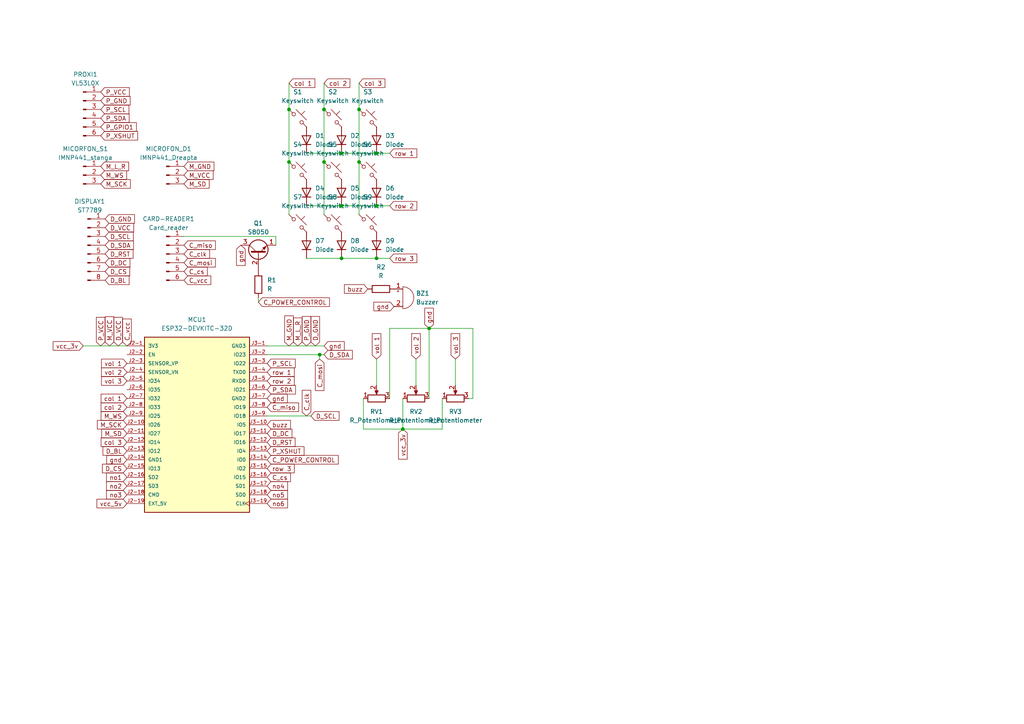
<source format=kicad_sch>
(kicad_sch (version 20231120) (generator "eeschema") (generator_version "8.0")
  (paper "A4")
  (lib_symbols
    (symbol "Connector:Conn_01x03_Pin" (pin_names (offset 1.016) hide)
      (property "Reference" "J" (at 0 5.08 0))
      (property "Value" "Conn_01x03_Pin" (at 0 -5.08 0))
      (symbol "Conn_01x03_Pin_1_1"
        (polyline (pts (xy 1.27 -2.54) (xy 0.8636 -2.54)) (stroke (width 0.1524)))
        (polyline (pts (xy 1.27 0) (xy 0.8636 0)) (stroke (width 0.1524)))
        (polyline (pts (xy 1.27 2.54) (xy 0.8636 2.54)) (stroke (width 0.1524)))
        (rectangle (start 0.8636 -2.413) (end 0 -2.667) (stroke (width 0.1524)) (fill (type outline)))
        (rectangle (start 0.8636 0.127) (end 0 -0.127) (stroke (width 0.1524)) (fill (type outline)))
        (rectangle (start 0.8636 2.667) (end 0 2.413) (stroke (width 0.1524)) (fill (type outline)))
        (pin passive line (at 5.08 2.54 180) (length 3.81) (name "Pin_1") (number "1"))
        (pin passive line (at 5.08 0 180) (length 3.81) (name "Pin_2") (number "2"))
        (pin passive line (at 5.08 -2.54 180) (length 3.81) (name "Pin_3") (number "3"))
      )
    )
    (symbol "Connector:Conn_01x06_Pin" (pin_names (offset 1.016) hide)
      (property "Reference" "J" (at 0 7.62 0))
      (property "Value" "Conn_01x06_Pin" (at 0 -10.16 0))
      (symbol "Conn_01x06_Pin_1_1"
        (polyline (pts (xy 1.27 -7.62) (xy 0.8636 -7.62)) (stroke (width 0.1524)))
        (polyline (pts (xy 1.27 -5.08) (xy 0.8636 -5.08)) (stroke (width 0.1524)))
        (polyline (pts (xy 1.27 -2.54) (xy 0.8636 -2.54)) (stroke (width 0.1524)))
        (polyline (pts (xy 1.27 0) (xy 0.8636 0)) (stroke (width 0.1524)))
        (polyline (pts (xy 1.27 2.54) (xy 0.8636 2.54)) (stroke (width 0.1524)))
        (polyline (pts (xy 1.27 5.08) (xy 0.8636 5.08)) (stroke (width 0.1524)))
        (rectangle (start 0.8636 -7.493) (end 0 -7.747) (stroke (width 0.1524)) (fill (type outline)))
        (rectangle (start 0.8636 -4.953) (end 0 -5.207) (stroke (width 0.1524)) (fill (type outline)))
        (rectangle (start 0.8636 -2.413) (end 0 -2.667) (stroke (width 0.1524)) (fill (type outline)))
        (rectangle (start 0.8636 0.127) (end 0 -0.127) (stroke (width 0.1524)) (fill (type outline)))
        (rectangle (start 0.8636 2.667) (end 0 2.413) (stroke (width 0.1524)) (fill (type outline)))
        (rectangle (start 0.8636 5.207) (end 0 4.953) (stroke (width 0.1524)) (fill (type outline)))
        (pin passive line (at 5.08 5.08 180) (length 3.81) (name "Pin_1") (number "1"))
        (pin passive line (at 5.08 2.54 180) (length 3.81) (name "Pin_2") (number "2"))
        (pin passive line (at 5.08 0 180) (length 3.81) (name "Pin_3") (number "3"))
        (pin passive line (at 5.08 -2.54 180) (length 3.81) (name "Pin_4") (number "4"))
        (pin passive line (at 5.08 -5.08 180) (length 3.81) (name "Pin_5") (number "5"))
        (pin passive line (at 5.08 -7.62 180) (length 3.81) (name "Pin_6") (number "6"))
      )
    )
    (symbol "Connector:Conn_01x08_Pin" (pin_names (offset 1.016) hide)
      (property "Reference" "J" (at 0 10.16 0))
      (property "Value" "Conn_01x08_Pin" (at 0 -12.7 0))
      (symbol "Conn_01x08_Pin_1_1"
        (polyline (pts (xy 1.27 -10.16) (xy 0.8636 -10.16)) (stroke (width 0.1524)))
        (polyline (pts (xy 1.27 -7.62) (xy 0.8636 -7.62)) (stroke (width 0.1524)))
        (polyline (pts (xy 1.27 -5.08) (xy 0.8636 -5.08)) (stroke (width 0.1524)))
        (polyline (pts (xy 1.27 -2.54) (xy 0.8636 -2.54)) (stroke (width 0.1524)))
        (polyline (pts (xy 1.27 0) (xy 0.8636 0)) (stroke (width 0.1524)))
        (polyline (pts (xy 1.27 2.54) (xy 0.8636 2.54)) (stroke (width 0.1524)))
        (polyline (pts (xy 1.27 5.08) (xy 0.8636 5.08)) (stroke (width 0.1524)))
        (polyline (pts (xy 1.27 7.62) (xy 0.8636 7.62)) (stroke (width 0.1524)))
        (rectangle (start 0.8636 -10.033) (end 0 -10.287) (stroke (width 0.1524)) (fill (type outline)))
        (rectangle (start 0.8636 -7.493) (end 0 -7.747) (stroke (width 0.1524)) (fill (type outline)))
        (rectangle (start 0.8636 -4.953) (end 0 -5.207) (stroke (width 0.1524)) (fill (type outline)))
        (rectangle (start 0.8636 -2.413) (end 0 -2.667) (stroke (width 0.1524)) (fill (type outline)))
        (rectangle (start 0.8636 0.127) (end 0 -0.127) (stroke (width 0.1524)) (fill (type outline)))
        (rectangle (start 0.8636 2.667) (end 0 2.413) (stroke (width 0.1524)) (fill (type outline)))
        (rectangle (start 0.8636 5.207) (end 0 4.953) (stroke (width 0.1524)) (fill (type outline)))
        (rectangle (start 0.8636 7.747) (end 0 7.493) (stroke (width 0.1524)) (fill (type outline)))
        (pin passive line (at 5.08 7.62 180) (length 3.81) (name "Pin_1") (number "1"))
        (pin passive line (at 5.08 5.08 180) (length 3.81) (name "Pin_2") (number "2"))
        (pin passive line (at 5.08 2.54 180) (length 3.81) (name "Pin_3") (number "3"))
        (pin passive line (at 5.08 0 180) (length 3.81) (name "Pin_4") (number "4"))
        (pin passive line (at 5.08 -2.54 180) (length 3.81) (name "Pin_5") (number "5"))
        (pin passive line (at 5.08 -5.08 180) (length 3.81) (name "Pin_6") (number "6"))
        (pin passive line (at 5.08 -7.62 180) (length 3.81) (name "Pin_7") (number "7"))
        (pin passive line (at 5.08 -10.16 180) (length 3.81) (name "Pin_8") (number "8"))
      )
    )
    (symbol "Device:Buzzer" (pin_names (offset 0.0254) hide)
      (property "Reference" "BZ" (at 3.81 1.27 0))
      (property "Value" "Buzzer" (at 3.81 -1.27 0))
      (symbol "Buzzer_0_1"
        (arc (start 0 -3.175) (mid 3.1612 0) (end 0 3.175))
        (polyline (pts (xy -1.651 1.905) (xy -1.143 1.905)))
        (polyline (pts (xy -1.397 2.159) (xy -1.397 1.651)))
        (polyline (pts (xy 0 3.175) (xy 0 -3.175)))
      )
      (symbol "Buzzer_1_1"
        (pin passive line (at -2.54 2.54 0) (length 2.54) (name "+") (number "1"))
        (pin passive line (at -2.54 -2.54 0) (length 2.54) (name "-") (number "2"))
      )
    )
    (symbol "Device:R" (pin_numbers hide) (pin_names (offset 0))
      (property "Reference" "R" (at 2.032 0 90))
      (property "Value" "R" (at 0 0 90))
      (symbol "R_0_1"
        (rectangle (start -1.016 -2.54) (end 1.016 2.54) (stroke (width 0.254)))
      )
      (symbol "R_1_1"
        (pin passive line (at 0 3.81 270) (length 1.27) (name "~") (number "1"))
        (pin passive line (at 0 -3.81 90) (length 1.27) (name "~") (number "2"))
      )
    )
    (symbol "Device:R_Potentiometer" (pin_names (offset 1.016) hide)
      (property "Reference" "RV" (at -4.445 0 90))
      (property "Value" "R_Potentiometer" (at -2.54 0 90))
      (symbol "R_Potentiometer_0_1"
        (polyline (pts (xy 2.54 0) (xy 1.524 0)))
        (polyline (pts (xy 1.143 0) (xy 2.286 0.508) (xy 2.286 -0.508) (xy 1.143 0)) (fill (type outline)))
        (rectangle (start 1.016 2.54) (end -1.016 -2.54) (stroke (width 0.254)))
      )
      (symbol "R_Potentiometer_1_1"
        (pin passive line (at 0 3.81 270) (length 1.27) (name "1") (number "1"))
        (pin passive line (at 3.81 0 180) (length 1.27) (name "2") (number "2"))
        (pin passive line (at 0 -3.81 90) (length 1.27) (name "3") (number "3"))
      )
    )
    (symbol "ESP32-DEVKITC-32D:ESP32-DEVKITC-32D" (pin_names (offset 1.016))
      (property "Reference" "U" (at -15.2572 26.0643 0))
      (property "Value" "ESP32-DEVKITC-32D" (at -15.2563 -27.9698 0))
      (symbol "ESP32-DEVKITC-32D_0_0"
        (rectangle (start -15.24 -25.4) (end 15.24 25.4) (stroke (width 0.254)) (fill (type background)))
        (pin power_in line (at -20.32 22.86 0) (length 5.08) (name "3V3") (number "J2-1"))
        (pin bidirectional line (at -20.32 0 0) (length 5.08) (name "IO26") (number "J2-10"))
        (pin bidirectional line (at -20.32 -2.54 0) (length 5.08) (name "IO27") (number "J2-11"))
        (pin bidirectional line (at -20.32 -5.08 0) (length 5.08) (name "IO14") (number "J2-12"))
        (pin bidirectional line (at -20.32 -7.62 0) (length 5.08) (name "IO12") (number "J2-13"))
        (pin power_in line (at -20.32 -10.16 0) (length 5.08) (name "GND1") (number "J2-14"))
        (pin bidirectional line (at -20.32 -12.7 0) (length 5.08) (name "IO13") (number "J2-15"))
        (pin bidirectional line (at -20.32 -15.24 0) (length 5.08) (name "SD2") (number "J2-16"))
        (pin bidirectional line (at -20.32 -17.78 0) (length 5.08) (name "SD3") (number "J2-17"))
        (pin bidirectional line (at -20.32 -20.32 0) (length 5.08) (name "CMD") (number "J2-18"))
        (pin power_in line (at -20.32 -22.86 0) (length 5.08) (name "EXT_5V") (number "J2-19"))
        (pin input line (at -20.32 20.32 0) (length 5.08) (name "EN") (number "J2-2"))
        (pin input line (at -20.32 17.78 0) (length 5.08) (name "SENSOR_VP") (number "J2-3"))
        (pin input line (at -20.32 15.24 0) (length 5.08) (name "SENSOR_VN") (number "J2-4"))
        (pin bidirectional line (at -20.32 12.7 0) (length 5.08) (name "IO34") (number "J2-5"))
        (pin bidirectional line (at -20.32 10.16 0) (length 5.08) (name "IO35") (number "J2-6"))
        (pin bidirectional line (at -20.32 7.62 0) (length 5.08) (name "IO32") (number "J2-7"))
        (pin bidirectional line (at -20.32 5.08 0) (length 5.08) (name "IO33") (number "J2-8"))
        (pin bidirectional line (at -20.32 2.54 0) (length 5.08) (name "IO25") (number "J2-9"))
        (pin power_in line (at 20.32 22.86 180) (length 5.08) (name "GND3") (number "J3-1"))
        (pin bidirectional line (at 20.32 0 180) (length 5.08) (name "IO5") (number "J3-10"))
        (pin bidirectional line (at 20.32 -2.54 180) (length 5.08) (name "IO17") (number "J3-11"))
        (pin bidirectional line (at 20.32 -5.08 180) (length 5.08) (name "IO16") (number "J3-12"))
        (pin bidirectional line (at 20.32 -7.62 180) (length 5.08) (name "IO4") (number "J3-13"))
        (pin bidirectional line (at 20.32 -10.16 180) (length 5.08) (name "IO0") (number "J3-14"))
        (pin bidirectional line (at 20.32 -12.7 180) (length 5.08) (name "IO2") (number "J3-15"))
        (pin bidirectional line (at 20.32 -15.24 180) (length 5.08) (name "IO15") (number "J3-16"))
        (pin bidirectional line (at 20.32 -17.78 180) (length 5.08) (name "SD1") (number "J3-17"))
        (pin bidirectional line (at 20.32 -20.32 180) (length 5.08) (name "SD0") (number "J3-18"))
        (pin input clock (at 20.32 -22.86 180) (length 5.08) (name "CLK") (number "J3-19"))
        (pin bidirectional line (at 20.32 20.32 180) (length 5.08) (name "IO23") (number "J3-2"))
        (pin bidirectional line (at 20.32 17.78 180) (length 5.08) (name "IO22") (number "J3-3"))
        (pin output line (at 20.32 15.24 180) (length 5.08) (name "TXD0") (number "J3-4"))
        (pin input line (at 20.32 12.7 180) (length 5.08) (name "RXD0") (number "J3-5"))
        (pin bidirectional line (at 20.32 10.16 180) (length 5.08) (name "IO21") (number "J3-6"))
        (pin power_in line (at 20.32 7.62 180) (length 5.08) (name "GND2") (number "J3-7"))
        (pin bidirectional line (at 20.32 5.08 180) (length 5.08) (name "IO19") (number "J3-8"))
        (pin bidirectional line (at 20.32 2.54 180) (length 5.08) (name "IO18") (number "J3-9"))
      )
    )
    (symbol "ScottoKeebs:Placeholder_Diode" (pin_numbers hide) (pin_names hide)
      (property "Reference" "D" (at 0 2.54 0))
      (property "Value" "Diode" (at 0 -2.54 0))
      (symbol "Placeholder_Diode_0_1"
        (polyline (pts (xy -1.27 1.27) (xy -1.27 -1.27)) (stroke (width 0.254)))
        (polyline (pts (xy 1.27 0) (xy -1.27 0)))
        (polyline (pts (xy 1.27 1.27) (xy 1.27 -1.27) (xy -1.27 0) (xy 1.27 1.27)) (stroke (width 0.254)))
      )
      (symbol "Placeholder_Diode_1_1"
        (pin passive line (at -3.81 0 0) (length 2.54) (name "K") (number "1"))
        (pin passive line (at 3.81 0 180) (length 2.54) (name "A") (number "2"))
      )
    )
    (symbol "ScottoKeebs:Placeholder_Keyswitch" (pin_numbers hide) (pin_names (offset 1.016) hide)
      (property "Reference" "S" (at 3.048 1.016 0))
      (property "Value" "Keyswitch" (at 0 -3.81 0))
      (symbol "Placeholder_Keyswitch_0_1"
        (circle (center -1.1684 1.1684) (radius 0.508))
        (polyline (pts (xy -0.508 2.54) (xy 2.54 -0.508)))
        (polyline (pts (xy 1.016 1.016) (xy 2.032 2.032)))
        (polyline (pts (xy -2.54 2.54) (xy -1.524 1.524) (xy -1.524 1.524)))
        (polyline (pts (xy 1.524 -1.524) (xy 2.54 -2.54) (xy 2.54 -2.54) (xy 2.54 -2.54)))
        (circle (center 1.143 -1.1938) (radius 0.508))
        (pin passive line (at -2.54 2.54 0) (length 0) (name "1") (number "1"))
        (pin passive line (at 2.54 -2.54 180) (length 0) (name "2") (number "2"))
      )
    )
    (symbol "Transistor_BJT:S8050" (pin_names (offset 0) hide)
      (property "Reference" "Q" (at 5.08 1.905 0))
      (property "Value" "S8050" (at 5.08 0 0))
      (symbol "S8050_0_1"
        (polyline (pts (xy 0 0) (xy 0.635 0)))
        (polyline (pts (xy 0.635 0.635) (xy 2.54 2.54)))
        (polyline (pts (xy 0.635 -0.635) (xy 2.54 -2.54) (xy 2.54 -2.54)))
        (polyline (pts (xy 0.635 1.905) (xy 0.635 -1.905) (xy 0.635 -1.905)) (stroke (width 0.508)))
        (polyline (pts (xy 1.27 -1.778) (xy 1.778 -1.27) (xy 2.286 -2.286) (xy 1.27 -1.778) (xy 1.27 -1.778)) (fill (type outline)))
        (circle (center 1.27 0) (radius 2.8194) (stroke (width 0.254)))
      )
      (symbol "S8050_1_1"
        (pin passive line (at 2.54 -5.08 90) (length 2.54) (name "E") (number "1"))
        (pin input line (at -5.08 0 0) (length 5.08) (name "B") (number "2"))
        (pin passive line (at 2.54 5.08 270) (length 2.54) (name "C") (number "3"))
      )
    )
  )
  (junction (at 109.22 59.69))
  (junction (at 83.82 31.75))
  (junction (at 109.22 74.93))
  (junction (at 92.71 102.87))
  (junction (at 83.82 46.99))
  (junction (at 116.84 124.46))
  (junction (at 104.14 31.75))
  (junction (at 99.06 74.93))
  (junction (at 99.06 44.45))
  (junction (at 109.22 44.45))
  (junction (at 124.46 95.25))
  (junction (at 104.14 46.99))
  (junction (at 93.98 31.75))
  (junction (at 93.98 46.99))
  (junction (at 99.06 59.69))
  (wire (pts (xy 92.71 102.87) (xy 93.98 102.87)))
  (wire (pts (xy 137.16 115.57) (xy 135.89 115.57)))
  (wire (pts (xy 99.06 59.69) (xy 109.22 59.69)))
  (wire (pts (xy 88.9 59.69) (xy 99.06 59.69)))
  (wire (pts (xy 77.47 100.33) (xy 93.98 100.33)))
  (wire (pts (xy 113.03 74.93) (xy 109.22 74.93)))
  (wire (pts (xy 128.27 115.57) (xy 128.27 124.46)))
  (wire (pts (xy 105.41 115.57) (xy 105.41 124.46)))
  (wire (pts (xy 93.98 31.75) (xy 93.98 46.99)))
  (wire (pts (xy 116.84 124.46) (xy 116.84 115.57)))
  (wire (pts (xy 93.98 46.99) (xy 93.98 62.23)))
  (wire (pts (xy 83.82 31.75) (xy 83.82 46.99)))
  (wire (pts (xy 104.14 31.75) (xy 104.14 46.99)))
  (wire (pts (xy 124.46 95.25) (xy 124.46 115.57)))
  (wire (pts (xy 113.03 44.45) (xy 109.22 44.45)))
  (wire (pts (xy 116.84 124.46) (xy 128.27 124.46)))
  (wire (pts (xy 109.22 104.14) (xy 109.22 111.76)))
  (wire (pts (xy 132.08 104.14) (xy 132.08 111.76)))
  (wire (pts (xy 124.46 95.25) (xy 137.16 95.25)))
  (wire (pts (xy 80.01 71.12) (xy 80.01 68.58)))
  (wire (pts (xy 88.9 44.45) (xy 99.06 44.45)))
  (wire (pts (xy 99.06 74.93) (xy 109.22 74.93)))
  (wire (pts (xy 83.82 24.13) (xy 83.82 31.75)))
  (wire (pts (xy 80.01 68.58) (xy 53.34 68.58)))
  (wire (pts (xy 88.9 74.93) (xy 99.06 74.93)))
  (wire (pts (xy 99.06 44.45) (xy 109.22 44.45)))
  (wire (pts (xy 93.98 24.13) (xy 93.98 31.75)))
  (wire (pts (xy 83.82 46.99) (xy 83.82 62.23)))
  (wire (pts (xy 105.41 124.46) (xy 116.84 124.46)))
  (wire (pts (xy 113.03 95.25) (xy 113.03 115.57)))
  (wire (pts (xy 104.14 24.13) (xy 104.14 31.75)))
  (wire (pts (xy 24.13 100.33) (xy 36.83 100.33)))
  (wire (pts (xy 113.03 59.69) (xy 109.22 59.69)))
  (wire (pts (xy 90.17 120.65) (xy 77.47 120.65)))
  (wire (pts (xy 137.16 95.25) (xy 137.16 115.57)))
  (wire (pts (xy 120.65 104.14) (xy 120.65 111.76)))
  (wire (pts (xy 104.14 46.99) (xy 104.14 62.23)))
  (wire (pts (xy 113.03 95.25) (xy 124.46 95.25)))
  (wire (pts (xy 92.71 104.14) (xy 92.71 102.87)))
  (wire (pts (xy 77.47 102.87) (xy 92.71 102.87)))
  (wire (pts (xy 74.93 87.63) (xy 74.93 86.36)))
  (global_label "C_miso" (shape input) (at 53.34 71.12 0) (property "Intersheetrefs" "${INTERSHEET_REFS}" (effects (hide yes))))
  (global_label "vcc_5v" (shape input) (at 36.83 146.05 180) (property "Intersheetrefs" "${INTERSHEET_REFS}" (effects (hide yes))))
  (global_label "vcc_3v" (shape input) (at 116.84 124.46 270) (property "Intersheetrefs" "${INTERSHEET_REFS}" (effects (hide yes))))
  (global_label "D_SDA" (shape input) (at 30.48 71.12 0) (property "Intersheetrefs" "${INTERSHEET_REFS}" (effects (hide yes))))
  (global_label "D_VCC" (shape input) (at 34.29 100.33 90) (property "Intersheetrefs" "${INTERSHEET_REFS}" (effects (hide yes))))
  (global_label "C_clk" (shape input) (at 53.34 73.66 0) (property "Intersheetrefs" "${INTERSHEET_REFS}" (effects (hide yes))))
  (global_label "no3" (shape input) (at 36.83 143.51 180) (property "Intersheetrefs" "${INTERSHEET_REFS}" (effects (hide yes))))
  (global_label "D_GND" (shape input) (at 30.48 63.5 0) (property "Intersheetrefs" "${INTERSHEET_REFS}" (effects (hide yes))))
  (global_label "M_L_R" (shape input) (at 86.36 100.33 90) (property "Intersheetrefs" "${INTERSHEET_REFS}" (effects (hide yes))))
  (global_label "gnd" (shape input) (at 124.46 95.25 90) (property "Intersheetrefs" "${INTERSHEET_REFS}" (effects (hide yes))))
  (global_label "D_RST" (shape input) (at 30.48 73.66 0) (property "Intersheetrefs" "${INTERSHEET_REFS}" (effects (hide yes))))
  (global_label "D_BL" (shape input) (at 36.83 130.81 180) (property "Intersheetrefs" "${INTERSHEET_REFS}" (effects (hide yes))))
  (global_label "col 1" (shape input) (at 36.83 115.57 180) (property "Intersheetrefs" "${INTERSHEET_REFS}" (effects (hide yes))))
  (global_label "C_vcc" (shape input) (at 36.83 100.33 90) (property "Intersheetrefs" "${INTERSHEET_REFS}" (effects (hide yes))))
  (global_label "M_SD" (shape input) (at 36.83 125.73 180) (property "Intersheetrefs" "${INTERSHEET_REFS}" (effects (hide yes))))
  (global_label "M_WS" (shape input) (at 29.21 50.8 0) (property "Intersheetrefs" "${INTERSHEET_REFS}" (effects (hide yes))))
  (global_label "gnd" (shape input) (at 36.83 133.35 180) (property "Intersheetrefs" "${INTERSHEET_REFS}" (effects (hide yes))))
  (global_label "row 2" (shape input) (at 77.47 110.49 0) (property "Intersheetrefs" "${INTERSHEET_REFS}" (effects (hide yes))))
  (global_label "vol 2" (shape input) (at 36.83 107.95 180) (property "Intersheetrefs" "${INTERSHEET_REFS}" (effects (hide yes))))
  (global_label "vol 1" (shape input) (at 36.83 105.41 180) (property "Intersheetrefs" "${INTERSHEET_REFS}" (effects (hide yes))))
  (global_label "row 2" (shape input) (at 113.03 59.69 0) (property "Intersheetrefs" "${INTERSHEET_REFS}" (effects (hide yes))))
  (global_label "P_SDA" (shape input) (at 29.21 34.29 0) (property "Intersheetrefs" "${INTERSHEET_REFS}" (effects (hide yes))))
  (global_label "D_GND" (shape input) (at 91.44 100.33 90) (property "Intersheetrefs" "${INTERSHEET_REFS}" (effects (hide yes))))
  (global_label "D_SCL" (shape input) (at 30.48 68.58 0) (property "Intersheetrefs" "${INTERSHEET_REFS}" (effects (hide yes))))
  (global_label "P_XSHUT" (shape input) (at 29.21 39.37 0) (property "Intersheetrefs" "${INTERSHEET_REFS}" (effects (hide yes))))
  (global_label "D_SCL" (shape input) (at 90.17 120.65 0) (property "Intersheetrefs" "${INTERSHEET_REFS}" (effects (hide yes))))
  (global_label "P_VCC" (shape input) (at 29.21 26.67 0) (property "Intersheetrefs" "${INTERSHEET_REFS}" (effects (hide yes))))
  (global_label "P_GND" (shape input) (at 88.9 100.33 90) (property "Intersheetrefs" "${INTERSHEET_REFS}" (effects (hide yes))))
  (global_label "no2" (shape input) (at 36.83 140.97 180) (property "Intersheetrefs" "${INTERSHEET_REFS}" (effects (hide yes))))
  (global_label "col 1" (shape input) (at 83.82 24.13 0) (property "Intersheetrefs" "${INTERSHEET_REFS}" (effects (hide yes))))
  (global_label "buzz" (shape input) (at 106.68 83.82 180) (property "Intersheetrefs" "${INTERSHEET_REFS}" (effects (hide yes))))
  (global_label "M_VCC" (shape input) (at 53.34 50.8 0) (property "Intersheetrefs" "${INTERSHEET_REFS}" (effects (hide yes))))
  (global_label "P_GPIO1" (shape input) (at 29.21 36.83 0) (property "Intersheetrefs" "${INTERSHEET_REFS}" (effects (hide yes))))
  (global_label "C_cs" (shape input) (at 53.34 78.74 0) (property "Intersheetrefs" "${INTERSHEET_REFS}" (effects (hide yes))))
  (global_label "col 2" (shape input) (at 93.98 24.13 0) (property "Intersheetrefs" "${INTERSHEET_REFS}" (effects (hide yes))))
  (global_label "buzz" (shape input) (at 77.47 123.19 0) (property "Intersheetrefs" "${INTERSHEET_REFS}" (effects (hide yes))))
  (global_label "P_SCL" (shape input) (at 77.47 105.41 0) (property "Intersheetrefs" "${INTERSHEET_REFS}" (effects (hide yes))))
  (global_label "M_VCC" (shape input) (at 31.75 100.33 90) (property "Intersheetrefs" "${INTERSHEET_REFS}" (effects (hide yes))))
  (global_label "M_SCK" (shape input) (at 29.21 53.34 0) (property "Intersheetrefs" "${INTERSHEET_REFS}" (effects (hide yes))))
  (global_label "D_SDA" (shape input) (at 93.98 102.87 0) (property "Intersheetrefs" "${INTERSHEET_REFS}" (effects (hide yes))))
  (global_label "P_XSHUT" (shape input) (at 77.47 130.81 0) (property "Intersheetrefs" "${INTERSHEET_REFS}" (effects (hide yes))))
  (global_label "C_cs" (shape input) (at 77.47 138.43 0) (property "Intersheetrefs" "${INTERSHEET_REFS}" (effects (hide yes))))
  (global_label "M_SCK" (shape input) (at 36.83 123.19 180) (property "Intersheetrefs" "${INTERSHEET_REFS}" (effects (hide yes))))
  (global_label "vol 3" (shape input) (at 132.08 104.14 90) (property "Intersheetrefs" "${INTERSHEET_REFS}" (effects (hide yes))))
  (global_label "M_GND" (shape input) (at 53.34 48.26 0) (property "Intersheetrefs" "${INTERSHEET_REFS}" (effects (hide yes))))
  (global_label "D_VCC" (shape input) (at 30.48 66.04 0) (property "Intersheetrefs" "${INTERSHEET_REFS}" (effects (hide yes))))
  (global_label "D_DC" (shape input) (at 30.48 76.2 0) (property "Intersheetrefs" "${INTERSHEET_REFS}" (effects (hide yes))))
  (global_label "M_WS" (shape input) (at 36.83 120.65 180) (property "Intersheetrefs" "${INTERSHEET_REFS}" (effects (hide yes))))
  (global_label "vol 1" (shape input) (at 109.22 104.14 90) (property "Intersheetrefs" "${INTERSHEET_REFS}" (effects (hide yes))))
  (global_label "gnd" (shape input) (at 93.98 100.33 0) (property "Intersheetrefs" "${INTERSHEET_REFS}" (effects (hide yes))))
  (global_label "C_mosi" (shape input) (at 53.34 76.2 0) (property "Intersheetrefs" "${INTERSHEET_REFS}" (effects (hide yes))))
  (global_label "vol 3" (shape input) (at 36.83 110.49 180) (property "Intersheetrefs" "${INTERSHEET_REFS}" (effects (hide yes))))
  (global_label "D_CS" (shape input) (at 36.83 135.89 180) (property "Intersheetrefs" "${INTERSHEET_REFS}" (effects (hide yes))))
  (global_label "P_VCC" (shape input) (at 29.21 100.33 90) (property "Intersheetrefs" "${INTERSHEET_REFS}" (effects (hide yes))))
  (global_label "P_GND" (shape input) (at 29.21 29.21 0) (property "Intersheetrefs" "${INTERSHEET_REFS}" (effects (hide yes))))
  (global_label "gnd" (shape input) (at 77.47 115.57 0) (property "Intersheetrefs" "${INTERSHEET_REFS}" (effects (hide yes))))
  (global_label "vol 2" (shape input) (at 120.65 104.14 90) (property "Intersheetrefs" "${INTERSHEET_REFS}" (effects (hide yes))))
  (global_label "row 1" (shape input) (at 113.03 44.45 0) (property "Intersheetrefs" "${INTERSHEET_REFS}" (effects (hide yes))))
  (global_label "col 3" (shape input) (at 36.83 128.27 180) (property "Intersheetrefs" "${INTERSHEET_REFS}" (effects (hide yes))))
  (global_label "no6" (shape input) (at 77.47 146.05 0) (property "Intersheetrefs" "${INTERSHEET_REFS}" (effects (hide yes))))
  (global_label "C_POWER_CONTROL" (shape input) (at 77.47 133.35 0) (property "Intersheetrefs" "${INTERSHEET_REFS}" (effects (hide yes))))
  (global_label "vcc_3v" (shape input) (at 24.13 100.33 180) (property "Intersheetrefs" "${INTERSHEET_REFS}" (effects (hide yes))))
  (global_label "M_SD" (shape input) (at 53.34 53.34 0) (property "Intersheetrefs" "${INTERSHEET_REFS}" (effects (hide yes))))
  (global_label "C_mosi" (shape input) (at 92.71 104.14 270) (property "Intersheetrefs" "${INTERSHEET_REFS}" (effects (hide yes))))
  (global_label "M_L_R" (shape input) (at 29.21 48.26 0) (property "Intersheetrefs" "${INTERSHEET_REFS}" (effects (hide yes))))
  (global_label "no4" (shape input) (at 77.47 140.97 0) (property "Intersheetrefs" "${INTERSHEET_REFS}" (effects (hide yes))))
  (global_label "gnd" (shape input) (at 114.3 88.9 180) (property "Intersheetrefs" "${INTERSHEET_REFS}" (effects (hide yes))))
  (global_label "D_BL" (shape input) (at 30.48 81.28 0) (property "Intersheetrefs" "${INTERSHEET_REFS}" (effects (hide yes))))
  (global_label "C_POWER_CONTROL" (shape input) (at 74.93 87.63 0) (property "Intersheetrefs" "${INTERSHEET_REFS}" (effects (hide yes))))
  (global_label "D_CS" (shape input) (at 30.48 78.74 0) (property "Intersheetrefs" "${INTERSHEET_REFS}" (effects (hide yes))))
  (global_label "gnd" (shape input) (at 69.85 71.12 270) (property "Intersheetrefs" "${INTERSHEET_REFS}" (effects (hide yes))))
  (global_label "col 3" (shape input) (at 104.14 24.13 0) (property "Intersheetrefs" "${INTERSHEET_REFS}" (effects (hide yes))))
  (global_label "no5" (shape input) (at 77.47 143.51 0) (property "Intersheetrefs" "${INTERSHEET_REFS}" (effects (hide yes))))
  (global_label "P_SDA" (shape input) (at 77.47 113.03 0) (property "Intersheetrefs" "${INTERSHEET_REFS}" (effects (hide yes))))
  (global_label "P_SCL" (shape input) (at 29.21 31.75 0) (property "Intersheetrefs" "${INTERSHEET_REFS}" (effects (hide yes))))
  (global_label "row 3" (shape input) (at 113.03 74.93 0) (property "Intersheetrefs" "${INTERSHEET_REFS}" (effects (hide yes))))
  (global_label "C_miso" (shape input) (at 77.47 118.11 0) (property "Intersheetrefs" "${INTERSHEET_REFS}" (effects (hide yes))))
  (global_label "M_GND" (shape input) (at 83.82 100.33 90) (property "Intersheetrefs" "${INTERSHEET_REFS}" (effects (hide yes))))
  (global_label "D_RST" (shape input) (at 77.47 128.27 0) (property "Intersheetrefs" "${INTERSHEET_REFS}" (effects (hide yes))))
  (global_label "col 2" (shape input) (at 36.83 118.11 180) (property "Intersheetrefs" "${INTERSHEET_REFS}" (effects (hide yes))))
  (global_label "D_DC" (shape input) (at 77.47 125.73 0) (property "Intersheetrefs" "${INTERSHEET_REFS}" (effects (hide yes))))
  (global_label "C_clk" (shape input) (at 88.9 120.65 90) (property "Intersheetrefs" "${INTERSHEET_REFS}" (effects (hide yes))))
  (global_label "row 1" (shape input) (at 77.47 107.95 0) (property "Intersheetrefs" "${INTERSHEET_REFS}" (effects (hide yes))))
  (global_label "row 3" (shape input) (at 77.47 135.89 0) (property "Intersheetrefs" "${INTERSHEET_REFS}" (effects (hide yes))))
  (global_label "no1" (shape input) (at 36.83 138.43 180) (property "Intersheetrefs" "${INTERSHEET_REFS}" (effects (hide yes))))
  (global_label "C_vcc" (shape input) (at 53.34 81.28 0) (property "Intersheetrefs" "${INTERSHEET_REFS}" (effects (hide yes))))
  (symbol (lib_id "ScottoKeebs:Placeholder_Diode") (at 99.06 71.12 90) (unit 1)
    (property "Reference" "D8" (at 101.6 69.8499 90) (effects (justify right)))
    (property "Value" "Diode" (at 101.6 72.3899 90) (effects (justify right)))
    (property "Footprint" "ScottoKeebs_Scotto:DO-35" (effects (hide yes)))
    (property "Description" "1N4148 (DO-35) or 1N4148W (SOD-123)" (effects (hide yes)))
    (property "Sim.Device" "D" (effects (hide yes)))
    (property "Sim.Pins" "1=K 2=A" (effects (hide yes)))
  )
  (symbol (lib_id "Connector:Conn_01x06_Pin") (at 24.13 31.75 0) (unit 1)
    (property "Reference" "PROXI1" (at 24.765 21.59 0))
    (property "Value" "VL53L0X" (at 24.765 24.13 0))
    (property "Footprint" "Connector_PinHeader_2.54mm:PinHeader_1x06_P2.54mm_Vertical" (effects (hide yes)))
    (property "Description" "Generic connector, single row, 01x06, script generated" (effects (hide yes)))
  )
  (symbol (lib_id "Connector:Conn_01x03_Pin") (at 48.26 50.8 0) (unit 1)
    (property "Reference" "MICROFON_D1" (at 48.895 43.18 0))
    (property "Value" "IMNP441_Dreapta" (at 48.895 45.72 0))
    (property "Footprint" "Connector_PinHeader_2.54mm:PinHeader_1x03_P2.54mm_Vertical" (effects (hide yes)))
    (property "Description" "Generic connector, single row, 01x03, script generated" (effects (hide yes)))
  )
  (symbol (lib_id "ScottoKeebs:Placeholder_Diode") (at 109.22 40.64 90) (unit 1)
    (property "Reference" "D3" (at 111.76 39.3699 90) (effects (justify right)))
    (property "Value" "Diode" (at 111.76 41.9099 90) (effects (justify right)))
    (property "Footprint" "ScottoKeebs_Scotto:DO-35" (effects (hide yes)))
    (property "Description" "1N4148 (DO-35) or 1N4148W (SOD-123)" (effects (hide yes)))
    (property "Sim.Device" "D" (effects (hide yes)))
    (property "Sim.Pins" "1=K 2=A" (effects (hide yes)))
  )
  (symbol (lib_id "ScottoKeebs:Placeholder_Keyswitch") (at 86.36 34.29 0) (unit 1)
    (property "Reference" "S1" (at 86.36 26.67 0))
    (property "Value" "Keyswitch" (at 86.36 29.21 0))
    (property "Footprint" "ScottoKeebs_MX:MX_PCB_1.00u" (effects (hide yes)))
    (property "Description" "Push button switch, normally open, two pins, 45° tilted" (effects (hide yes)))
  )
  (symbol (lib_id "Device:R_Potentiometer") (at 120.65 115.57 90) (unit 1)
    (property "Reference" "RV2" (at 120.65 119.38 90))
    (property "Value" "R_Potentiometer" (at 120.65 121.92 90))
    (property "Footprint" "Potentiometer_THT:Potentiometer_Alpha_RD901F-40-00D_Single_Vertical" (effects (hide yes)))
    (property "Description" "Potentiometer" (effects (hide yes)))
  )
  (symbol (lib_id "Device:Buzzer") (at 116.84 86.36 0) (unit 1)
    (property "Reference" "BZ1" (at 120.65 85.0899 0) (effects (justify left)))
    (property "Value" "Buzzer" (at 120.65 87.6299 0) (effects (justify left)))
    (property "Footprint" "Buzzer_Beeper:Buzzer_12x9.5RM7.6" (effects (hide yes)))
    (property "Description" "Buzzer, polarized" (effects (hide yes)))
  )
  (symbol (lib_id "ScottoKeebs:Placeholder_Diode") (at 109.22 55.88 90) (unit 1)
    (property "Reference" "D6" (at 111.76 54.6099 90) (effects (justify right)))
    (property "Value" "Diode" (at 111.76 57.1499 90) (effects (justify right)))
    (property "Footprint" "ScottoKeebs_Scotto:DO-35" (effects (hide yes)))
    (property "Description" "1N4148 (DO-35) or 1N4148W (SOD-123)" (effects (hide yes)))
    (property "Sim.Device" "D" (effects (hide yes)))
    (property "Sim.Pins" "1=K 2=A" (effects (hide yes)))
  )
  (symbol (lib_id "ScottoKeebs:Placeholder_Diode") (at 109.22 71.12 90) (unit 1)
    (property "Reference" "D9" (at 111.76 69.8499 90) (effects (justify right)))
    (property "Value" "Diode" (at 111.76 72.3899 90) (effects (justify right)))
    (property "Footprint" "ScottoKeebs_Scotto:DO-35" (effects (hide yes)))
    (property "Description" "1N4148 (DO-35) or 1N4148W (SOD-123)" (effects (hide yes)))
    (property "Sim.Device" "D" (effects (hide yes)))
    (property "Sim.Pins" "1=K 2=A" (effects (hide yes)))
  )
  (symbol (lib_id "ScottoKeebs:Placeholder_Diode") (at 88.9 40.64 90) (unit 1)
    (property "Reference" "D1" (at 91.44 39.3699 90) (effects (justify right)))
    (property "Value" "Diode" (at 91.44 41.9099 90) (effects (justify right)))
    (property "Footprint" "ScottoKeebs_Scotto:DO-35" (effects (hide yes)))
    (property "Description" "1N4148 (DO-35) or 1N4148W (SOD-123)" (effects (hide yes)))
    (property "Sim.Device" "D" (effects (hide yes)))
    (property "Sim.Pins" "1=K 2=A" (effects (hide yes)))
  )
  (symbol (lib_id "Connector:Conn_01x08_Pin") (at 25.4 71.12 0) (unit 1)
    (property "Reference" "DISPLAY1" (at 26.035 58.42 0))
    (property "Value" "ST7789" (at 26.035 60.96 0))
    (property "Footprint" "Connector_PinHeader_2.54mm:PinHeader_1x08_P2.54mm_Vertical" (effects (hide yes)))
    (property "Description" "Generic connector, single row, 01x08, script generated" (effects (hide yes)))
  )
  (symbol (lib_id "Device:R_Potentiometer") (at 132.08 115.57 90) (unit 1)
    (property "Reference" "RV3" (at 132.08 119.38 90))
    (property "Value" "R_Potentiometer" (at 132.08 121.92 90))
    (property "Footprint" "Potentiometer_THT:Potentiometer_Alpha_RD901F-40-00D_Single_Vertical" (effects (hide yes)))
    (property "Description" "Potentiometer" (effects (hide yes)))
  )
  (symbol (lib_id "ScottoKeebs:Placeholder_Keyswitch") (at 106.68 64.77 0) (unit 1)
    (property "Reference" "S9" (at 106.68 57.15 0))
    (property "Value" "Keyswitch" (at 106.68 59.69 0))
    (property "Footprint" "ScottoKeebs_MX:MX_PCB_1.00u" (effects (hide yes)))
    (property "Description" "Push button switch, normally open, two pins, 45° tilted" (effects (hide yes)))
  )
  (symbol (lib_id "Device:R") (at 74.93 82.55 180) (unit 1)
    (property "Reference" "R1" (at 77.47 81.2799 0) (effects (justify right)))
    (property "Value" "R" (at 77.47 83.8199 0) (effects (justify right)))
    (property "Footprint" "Resistor_THT:R_Axial_DIN0204_L3.6mm_D1.6mm_P7.62mm_Horizontal" (effects (hide yes)))
    (property "Description" "Resistor" (effects (hide yes)))
  )
  (symbol (lib_id "ScottoKeebs:Placeholder_Keyswitch") (at 106.68 49.53 0) (unit 1)
    (property "Reference" "S6" (at 106.68 41.91 0))
    (property "Value" "Keyswitch" (at 106.68 44.45 0))
    (property "Footprint" "ScottoKeebs_MX:MX_PCB_1.00u" (effects (hide yes)))
    (property "Description" "Push button switch, normally open, two pins, 45° tilted" (effects (hide yes)))
  )
  (symbol (lib_id "ScottoKeebs:Placeholder_Keyswitch") (at 86.36 64.77 0) (unit 1)
    (property "Reference" "S7" (at 86.36 57.15 0))
    (property "Value" "Keyswitch" (at 86.36 59.69 0))
    (property "Footprint" "ScottoKeebs_MX:MX_PCB_1.00u" (effects (hide yes)))
    (property "Description" "Push button switch, normally open, two pins, 45° tilted" (effects (hide yes)))
  )
  (symbol (lib_id "Connector:Conn_01x06_Pin") (at 48.26 73.66 0) (unit 1)
    (property "Reference" "CARD-READER1" (at 48.895 63.5 0))
    (property "Value" "Card_reader" (at 48.895 66.04 0))
    (property "Footprint" "Connector_PinHeader_2.54mm:PinHeader_1x06_P2.54mm_Vertical" (effects (hide yes)))
    (property "Description" "Generic connector, single row, 01x06, script generated" (effects (hide yes)))
  )
  (symbol (lib_id "Device:R_Potentiometer") (at 109.22 115.57 90) (unit 1)
    (property "Reference" "RV1" (at 109.22 119.38 90))
    (property "Value" "R_Potentiometer" (at 109.22 121.92 90))
    (property "Footprint" "Potentiometer_THT:Potentiometer_Alpha_RD901F-40-00D_Single_Vertical" (effects (hide yes)))
    (property "Description" "Potentiometer" (effects (hide yes)))
  )
  (symbol (lib_id "Device:R") (at 110.49 83.82 270) (unit 1)
    (property "Reference" "R2" (at 110.49 77.47 90))
    (property "Value" "R" (at 110.49 80.01 90))
    (property "Footprint" "Resistor_THT:R_Axial_DIN0204_L3.6mm_D1.6mm_P7.62mm_Horizontal" (effects (hide yes)))
    (property "Description" "Resistor" (effects (hide yes)))
  )
  (symbol (lib_id "Connector:Conn_01x03_Pin") (at 24.13 50.8 0) (unit 1)
    (property "Reference" "MICORFON_S1" (at 24.765 43.18 0))
    (property "Value" "IMNP441_stanga" (at 24.765 45.72 0))
    (property "Footprint" "Connector_PinHeader_2.54mm:PinHeader_1x03_P2.54mm_Vertical" (effects (hide yes)))
    (property "Description" "Generic connector, single row, 01x03, script generated" (effects (hide yes)))
  )
  (symbol (lib_id "Transistor_BJT:S8050") (at 74.93 73.66 90) (unit 1)
    (property "Reference" "Q1" (at 74.93 64.77 90))
    (property "Value" "S8050" (at 74.93 67.31 90))
    (property "Footprint" "Package_TO_SOT_THT:TO-92_Inline" (effects (hide yes)))
    (property "Datasheet" "http://www.unisonic.com.tw/datasheet/S8050.pdf" (effects (hide yes)))
    (property "Description" "0.7A Ic, 20V Vce, Low Voltage High Current NPN Transistor, TO-92" (effects (hide yes)))
  )
  (symbol (lib_id "ScottoKeebs:Placeholder_Keyswitch") (at 86.36 49.53 0) (unit 1)
    (property "Reference" "S4" (at 86.36 41.91 0))
    (property "Value" "Keyswitch" (at 86.36 44.45 0))
    (property "Footprint" "ScottoKeebs_MX:MX_PCB_1.00u" (effects (hide yes)))
    (property "Description" "Push button switch, normally open, two pins, 45° tilted" (effects (hide yes)))
  )
  (symbol (lib_id "ScottoKeebs:Placeholder_Keyswitch") (at 96.52 49.53 0) (unit 1)
    (property "Reference" "S5" (at 96.52 41.91 0))
    (property "Value" "Keyswitch" (at 96.52 44.45 0))
    (property "Footprint" "ScottoKeebs_MX:MX_PCB_1.00u" (effects (hide yes)))
    (property "Description" "Push button switch, normally open, two pins, 45° tilted" (effects (hide yes)))
  )
  (symbol (lib_id "ScottoKeebs:Placeholder_Diode") (at 88.9 55.88 90) (unit 1)
    (property "Reference" "D4" (at 91.44 54.6099 90) (effects (justify right)))
    (property "Value" "Diode" (at 91.44 57.1499 90) (effects (justify right)))
    (property "Footprint" "ScottoKeebs_Scotto:DO-35" (effects (hide yes)))
    (property "Description" "1N4148 (DO-35) or 1N4148W (SOD-123)" (effects (hide yes)))
    (property "Sim.Device" "D" (effects (hide yes)))
    (property "Sim.Pins" "1=K 2=A" (effects (hide yes)))
  )
  (symbol (lib_id "ScottoKeebs:Placeholder_Diode") (at 88.9 71.12 90) (unit 1)
    (property "Reference" "D7" (at 91.44 69.8499 90) (effects (justify right)))
    (property "Value" "Diode" (at 91.44 72.3899 90) (effects (justify right)))
    (property "Footprint" "ScottoKeebs_Scotto:DO-35" (effects (hide yes)))
    (property "Description" "1N4148 (DO-35) or 1N4148W (SOD-123)" (effects (hide yes)))
    (property "Sim.Device" "D" (effects (hide yes)))
    (property "Sim.Pins" "1=K 2=A" (effects (hide yes)))
  )
  (symbol (lib_id "ScottoKeebs:Placeholder_Keyswitch") (at 96.52 34.29 0) (unit 1)
    (property "Reference" "S2" (at 96.52 26.67 0))
    (property "Value" "Keyswitch" (at 96.52 29.21 0))
    (property "Footprint" "ScottoKeebs_MX:MX_PCB_1.00u" (effects (hide yes)))
    (property "Description" "Push button switch, normally open, two pins, 45° tilted" (effects (hide yes)))
  )
  (symbol (lib_id "ScottoKeebs:Placeholder_Keyswitch") (at 96.52 64.77 0) (unit 1)
    (property "Reference" "S8" (at 96.52 57.15 0))
    (property "Value" "Keyswitch" (at 96.52 59.69 0))
    (property "Footprint" "ScottoKeebs_MX:MX_PCB_1.00u" (effects (hide yes)))
    (property "Description" "Push button switch, normally open, two pins, 45° tilted" (effects (hide yes)))
  )
  (symbol (lib_id "ScottoKeebs:Placeholder_Diode") (at 99.06 40.64 90) (unit 1)
    (property "Reference" "D2" (at 101.6 39.3699 90) (effects (justify right)))
    (property "Value" "Diode" (at 101.6 41.9099 90) (effects (justify right)))
    (property "Footprint" "ScottoKeebs_Scotto:DO-35" (effects (hide yes)))
    (property "Description" "1N4148 (DO-35) or 1N4148W (SOD-123)" (effects (hide yes)))
    (property "Sim.Device" "D" (effects (hide yes)))
    (property "Sim.Pins" "1=K 2=A" (effects (hide yes)))
  )
  (symbol (lib_id "ScottoKeebs:Placeholder_Diode") (at 99.06 55.88 90) (unit 1)
    (property "Reference" "D5" (at 101.6 54.6099 90) (effects (justify right)))
    (property "Value" "Diode" (at 101.6 57.1499 90) (effects (justify right)))
    (property "Footprint" "ScottoKeebs_Scotto:DO-35" (effects (hide yes)))
    (property "Description" "1N4148 (DO-35) or 1N4148W (SOD-123)" (effects (hide yes)))
    (property "Sim.Device" "D" (effects (hide yes)))
    (property "Sim.Pins" "1=K 2=A" (effects (hide yes)))
  )
  (symbol (lib_id "ScottoKeebs:Placeholder_Keyswitch") (at 106.68 34.29 0) (unit 1)
    (property "Reference" "S3" (at 106.68 26.67 0))
    (property "Value" "Keyswitch" (at 106.68 29.21 0))
    (property "Footprint" "ScottoKeebs_MX:MX_PCB_1.00u" (effects (hide yes)))
    (property "Description" "Push button switch, normally open, two pins, 45° tilted" (effects (hide yes)))
  )
  (symbol (lib_id "ESP32-DEVKITC-32D:ESP32-DEVKITC-32D") (at 57.15 123.19 0) (unit 1)
    (property "Reference" "MCU1" (at 57.15 92.71 0))
    (property "Value" "ESP32-DEVKITC-32D" (at 57.15 95.25 0))
    (property "Footprint" "esp32:MODULE_ESP32-DEVKITC-32D" (effects (hide yes)))
    (property "MF" "Espressif Systems" (effects (hide yes)))
    (property "MAXIMUM_PACKAGE_HEIGHT" "N/A" (effects (hide yes)))
    (property "Package" "None" (effects (hide yes)))
    (property "Price" "None" (effects (hide yes)))
    (property "Check_prices" "https://www.snapeda.com/parts/ESP32-DEVKITC-32D/Espressif+Systems/view-part/?ref=eda" (effects (hide yes)))
    (property "STANDARD" "Manufacturer Recommendations" (effects (hide yes)))
    (property "PARTREV" "V4" (effects (hide yes)))
    (property "SnapEDA_Link" "https://www.snapeda.com/parts/ESP32-DEVKITC-32D/Espressif+Systems/view-part/?ref=snap" (effects (hide yes)))
    (property "MP" "ESP32-DEVKITC-32D" (effects (hide yes)))
    (property "Description_1" "\nWiFi Development Tools (802.11) ESP32 General Development Kit, ESP32-WROOM-32D on the board\n" (effects (hide yes)))
    (property "MANUFACTURER" "Espressif Systems" (effects (hide yes)))
    (property "Availability" "In Stock" (effects (hide yes)))
    (property "SNAPEDA_PN" "ESP32-DEVKITC-32D" (effects (hide yes)))
  )
)
</source>
